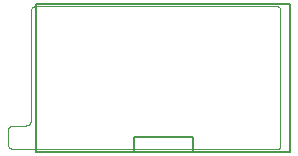
<source format=gbr>
G04 EAGLE Gerber RS-274X export*
G75*
%MOMM*%
%FSLAX34Y34*%
%LPD*%
%INSilkscreen Bottom*%
%IPPOS*%
%AMOC8*
5,1,8,0,0,1.08239X$1,22.5*%
G01*
%ADD10C,0.076200*%
%ADD11C,0.127000*%


D10*
X34675Y142500D02*
X239325Y142500D01*
X239436Y142498D01*
X239546Y142492D01*
X239657Y142483D01*
X239767Y142469D01*
X239876Y142452D01*
X239985Y142431D01*
X240093Y142406D01*
X240200Y142377D01*
X240306Y142345D01*
X240411Y142309D01*
X240514Y142269D01*
X240616Y142226D01*
X240717Y142179D01*
X240816Y142128D01*
X240913Y142075D01*
X241007Y142018D01*
X241100Y141957D01*
X241191Y141894D01*
X241280Y141827D01*
X241366Y141757D01*
X241449Y141684D01*
X241531Y141609D01*
X241609Y141531D01*
X241684Y141449D01*
X241757Y141366D01*
X241827Y141280D01*
X241894Y141191D01*
X241957Y141100D01*
X242018Y141007D01*
X242075Y140913D01*
X242128Y140816D01*
X242179Y140717D01*
X242226Y140616D01*
X242269Y140514D01*
X242309Y140411D01*
X242345Y140306D01*
X242377Y140200D01*
X242406Y140093D01*
X242431Y139985D01*
X242452Y139876D01*
X242469Y139767D01*
X242483Y139657D01*
X242492Y139546D01*
X242498Y139436D01*
X242500Y139325D01*
X242500Y24675D01*
X242498Y24564D01*
X242492Y24454D01*
X242483Y24343D01*
X242469Y24233D01*
X242452Y24124D01*
X242431Y24015D01*
X242406Y23907D01*
X242377Y23800D01*
X242345Y23694D01*
X242309Y23589D01*
X242269Y23486D01*
X242226Y23384D01*
X242179Y23283D01*
X242128Y23184D01*
X242075Y23087D01*
X242018Y22993D01*
X241957Y22900D01*
X241894Y22809D01*
X241827Y22720D01*
X241757Y22634D01*
X241684Y22551D01*
X241609Y22469D01*
X241531Y22391D01*
X241449Y22316D01*
X241366Y22243D01*
X241280Y22173D01*
X241191Y22106D01*
X241100Y22043D01*
X241007Y21982D01*
X240912Y21925D01*
X240816Y21872D01*
X240717Y21821D01*
X240616Y21774D01*
X240514Y21731D01*
X240411Y21691D01*
X240306Y21655D01*
X240200Y21623D01*
X240093Y21594D01*
X239985Y21569D01*
X239876Y21548D01*
X239767Y21531D01*
X239657Y21517D01*
X239546Y21508D01*
X239436Y21502D01*
X239325Y21500D01*
X16500Y21500D01*
X11500Y26500D02*
X11500Y36500D01*
X11502Y36640D01*
X11508Y36780D01*
X11518Y36920D01*
X11531Y37060D01*
X11549Y37199D01*
X11571Y37338D01*
X11596Y37475D01*
X11625Y37613D01*
X11658Y37749D01*
X11695Y37884D01*
X11736Y38018D01*
X11781Y38151D01*
X11829Y38283D01*
X11881Y38413D01*
X11936Y38542D01*
X11995Y38669D01*
X12058Y38795D01*
X12124Y38919D01*
X12193Y39040D01*
X12266Y39160D01*
X12343Y39278D01*
X12422Y39393D01*
X12505Y39507D01*
X12591Y39617D01*
X12680Y39726D01*
X12772Y39832D01*
X12867Y39935D01*
X12964Y40036D01*
X13065Y40133D01*
X13168Y40228D01*
X13274Y40320D01*
X13383Y40409D01*
X13493Y40495D01*
X13607Y40578D01*
X13722Y40657D01*
X13840Y40734D01*
X13960Y40807D01*
X14081Y40876D01*
X14205Y40942D01*
X14331Y41005D01*
X14458Y41064D01*
X14587Y41119D01*
X14717Y41171D01*
X14849Y41219D01*
X14982Y41264D01*
X15116Y41305D01*
X15251Y41342D01*
X15387Y41375D01*
X15525Y41404D01*
X15662Y41429D01*
X15801Y41451D01*
X15940Y41469D01*
X16080Y41482D01*
X16220Y41492D01*
X16360Y41498D01*
X16500Y41500D01*
X26500Y41500D01*
X26640Y41502D01*
X26780Y41508D01*
X26920Y41518D01*
X27060Y41531D01*
X27199Y41549D01*
X27338Y41571D01*
X27475Y41596D01*
X27613Y41625D01*
X27749Y41658D01*
X27884Y41695D01*
X28018Y41736D01*
X28151Y41781D01*
X28283Y41829D01*
X28413Y41881D01*
X28542Y41936D01*
X28669Y41995D01*
X28795Y42058D01*
X28919Y42124D01*
X29040Y42193D01*
X29160Y42266D01*
X29278Y42343D01*
X29393Y42422D01*
X29507Y42505D01*
X29617Y42591D01*
X29726Y42680D01*
X29832Y42772D01*
X29935Y42867D01*
X30036Y42964D01*
X30133Y43065D01*
X30228Y43168D01*
X30320Y43274D01*
X30409Y43383D01*
X30495Y43493D01*
X30578Y43607D01*
X30657Y43722D01*
X30734Y43840D01*
X30807Y43960D01*
X30876Y44081D01*
X30942Y44205D01*
X31005Y44331D01*
X31064Y44458D01*
X31119Y44587D01*
X31171Y44717D01*
X31219Y44849D01*
X31264Y44982D01*
X31305Y45116D01*
X31342Y45251D01*
X31375Y45387D01*
X31404Y45525D01*
X31429Y45662D01*
X31451Y45801D01*
X31469Y45940D01*
X31482Y46080D01*
X31492Y46220D01*
X31498Y46360D01*
X31500Y46500D01*
X31500Y139325D01*
X31502Y139436D01*
X31508Y139546D01*
X31517Y139657D01*
X31531Y139767D01*
X31548Y139876D01*
X31569Y139985D01*
X31594Y140093D01*
X31623Y140200D01*
X31655Y140306D01*
X31691Y140411D01*
X31731Y140514D01*
X31774Y140616D01*
X31821Y140717D01*
X31872Y140816D01*
X31925Y140913D01*
X31982Y141007D01*
X32043Y141100D01*
X32106Y141191D01*
X32173Y141280D01*
X32243Y141366D01*
X32316Y141449D01*
X32391Y141531D01*
X32469Y141609D01*
X32551Y141684D01*
X32634Y141757D01*
X32720Y141827D01*
X32809Y141894D01*
X32900Y141957D01*
X32993Y142018D01*
X33088Y142075D01*
X33184Y142128D01*
X33283Y142179D01*
X33384Y142226D01*
X33486Y142269D01*
X33589Y142309D01*
X33694Y142345D01*
X33800Y142377D01*
X33907Y142406D01*
X34015Y142431D01*
X34124Y142452D01*
X34233Y142469D01*
X34343Y142483D01*
X34454Y142492D01*
X34564Y142498D01*
X34675Y142500D01*
X11500Y26500D02*
X11502Y26360D01*
X11508Y26220D01*
X11518Y26080D01*
X11531Y25940D01*
X11549Y25801D01*
X11571Y25662D01*
X11596Y25525D01*
X11625Y25387D01*
X11658Y25251D01*
X11695Y25116D01*
X11736Y24982D01*
X11781Y24849D01*
X11829Y24717D01*
X11881Y24587D01*
X11936Y24458D01*
X11995Y24331D01*
X12058Y24205D01*
X12124Y24081D01*
X12193Y23960D01*
X12266Y23840D01*
X12343Y23722D01*
X12422Y23607D01*
X12505Y23493D01*
X12591Y23383D01*
X12680Y23274D01*
X12772Y23168D01*
X12867Y23065D01*
X12964Y22964D01*
X13065Y22867D01*
X13168Y22772D01*
X13274Y22680D01*
X13383Y22591D01*
X13493Y22505D01*
X13607Y22422D01*
X13722Y22343D01*
X13840Y22266D01*
X13960Y22193D01*
X14081Y22124D01*
X14205Y22058D01*
X14331Y21995D01*
X14458Y21936D01*
X14587Y21881D01*
X14717Y21829D01*
X14849Y21781D01*
X14982Y21736D01*
X15116Y21695D01*
X15251Y21658D01*
X15387Y21625D01*
X15525Y21596D01*
X15662Y21571D01*
X15801Y21549D01*
X15940Y21531D01*
X16080Y21518D01*
X16220Y21508D01*
X16360Y21502D01*
X16500Y21500D01*
D11*
X251000Y19500D02*
X251000Y144500D01*
X36000Y144500D01*
X36000Y19500D01*
X118500Y19500D01*
X168500Y19500D01*
X251000Y19500D01*
X168500Y19500D02*
X168500Y32000D01*
X118500Y32000D01*
X118500Y19500D01*
M02*

</source>
